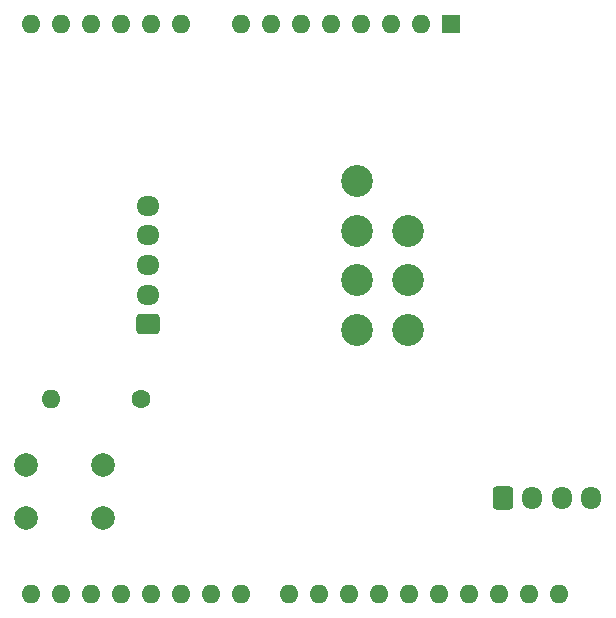
<source format=gbr>
%TF.GenerationSoftware,KiCad,Pcbnew,(6.0.6)*%
%TF.CreationDate,2022-11-26T18:27:25-08:00*%
%TF.ProjectId,AS-EXTN-UNO-01,41532d45-5854-44e2-9d55-4e4f2d30312e,rev?*%
%TF.SameCoordinates,Original*%
%TF.FileFunction,Soldermask,Top*%
%TF.FilePolarity,Negative*%
%FSLAX46Y46*%
G04 Gerber Fmt 4.6, Leading zero omitted, Abs format (unit mm)*
G04 Created by KiCad (PCBNEW (6.0.6)) date 2022-11-26 18:27:25*
%MOMM*%
%LPD*%
G01*
G04 APERTURE LIST*
G04 Aperture macros list*
%AMRoundRect*
0 Rectangle with rounded corners*
0 $1 Rounding radius*
0 $2 $3 $4 $5 $6 $7 $8 $9 X,Y pos of 4 corners*
0 Add a 4 corners polygon primitive as box body*
4,1,4,$2,$3,$4,$5,$6,$7,$8,$9,$2,$3,0*
0 Add four circle primitives for the rounded corners*
1,1,$1+$1,$2,$3*
1,1,$1+$1,$4,$5*
1,1,$1+$1,$6,$7*
1,1,$1+$1,$8,$9*
0 Add four rect primitives between the rounded corners*
20,1,$1+$1,$2,$3,$4,$5,0*
20,1,$1+$1,$4,$5,$6,$7,0*
20,1,$1+$1,$6,$7,$8,$9,0*
20,1,$1+$1,$8,$9,$2,$3,0*%
G04 Aperture macros list end*
%ADD10C,2.000000*%
%ADD11C,2.700000*%
%ADD12C,1.600000*%
%ADD13O,1.600000X1.600000*%
%ADD14RoundRect,0.250000X0.725000X-0.600000X0.725000X0.600000X-0.725000X0.600000X-0.725000X-0.600000X0*%
%ADD15O,1.950000X1.700000*%
%ADD16RoundRect,0.250000X-0.600000X-0.725000X0.600000X-0.725000X0.600000X0.725000X-0.600000X0.725000X0*%
%ADD17O,1.700000X1.950000*%
%ADD18R,1.600000X1.600000*%
G04 APERTURE END LIST*
D10*
%TO.C,SW1*%
X62051000Y-106893800D03*
X55551000Y-106893800D03*
X55551000Y-111393800D03*
X62051000Y-111393800D03*
%TD*%
D11*
%TO.C,J1*%
X83523300Y-82901000D03*
X83523300Y-87092000D03*
X83523300Y-91283000D03*
X83523300Y-95474000D03*
X87841300Y-95473600D03*
X87841300Y-91282600D03*
X87841300Y-87091600D03*
%TD*%
D12*
%TO.C,R1*%
X65252600Y-101371400D03*
D13*
X57632600Y-101371400D03*
%TD*%
D14*
%TO.C,J2*%
X65819800Y-94992200D03*
D15*
X65819800Y-92492200D03*
X65819800Y-89992200D03*
X65819800Y-87492200D03*
X65819800Y-84992200D03*
%TD*%
D16*
%TO.C,J3*%
X95868800Y-109711000D03*
D17*
X98368800Y-109711000D03*
X100868800Y-109711000D03*
X103368800Y-109711000D03*
%TD*%
D18*
%TO.C,A1*%
X91516200Y-69570600D03*
D13*
X88976200Y-69570600D03*
X86436200Y-69570600D03*
X83896200Y-69570600D03*
X81356200Y-69570600D03*
X78816200Y-69570600D03*
X76276200Y-69570600D03*
X73736200Y-69570600D03*
X68656200Y-69570600D03*
X66116200Y-69570600D03*
X63576200Y-69570600D03*
X61036200Y-69570600D03*
X58496200Y-69570600D03*
X55956200Y-69570600D03*
X55956200Y-117830600D03*
X58496200Y-117830600D03*
X61036200Y-117830600D03*
X63576200Y-117830600D03*
X66116200Y-117830600D03*
X68656200Y-117830600D03*
X71196200Y-117830600D03*
X73736200Y-117830600D03*
X77796200Y-117830600D03*
X80336200Y-117830600D03*
X82876200Y-117830600D03*
X85416200Y-117830600D03*
X87956200Y-117830600D03*
X90496200Y-117830600D03*
X93036200Y-117830600D03*
X95576200Y-117830600D03*
X98116200Y-117830600D03*
X100656200Y-117830600D03*
%TD*%
M02*

</source>
